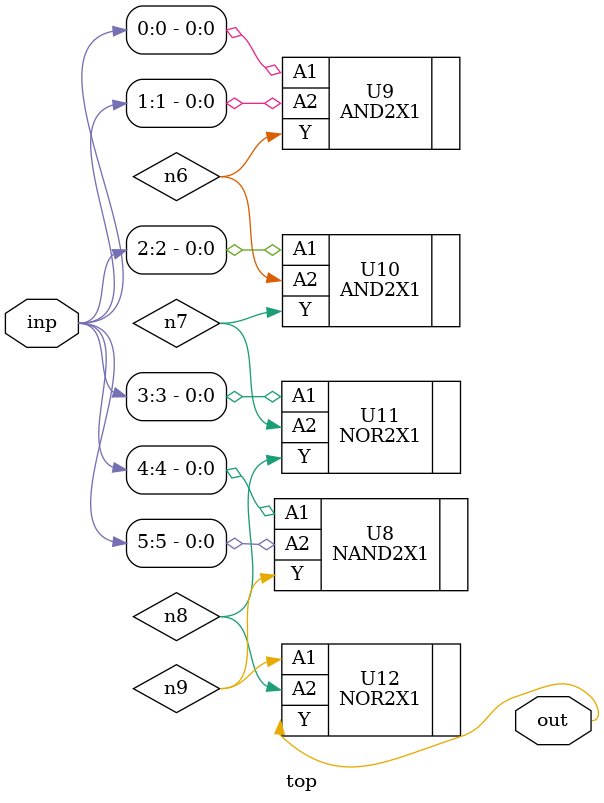
<source format=sv>


module top ( inp, out );
  input [5:0] inp;
  output out;
  wire   n6, n7, n8, n9;

  NAND2X1 U8 ( .A1(inp[4]), .A2(inp[5]), .Y(n9) );
  AND2X1 U9 ( .A1(inp[0]), .A2(inp[1]), .Y(n6) );
  AND2X1 U10 ( .A1(inp[2]), .A2(n6), .Y(n7) );
  NOR2X1 U11 ( .A1(inp[3]), .A2(n7), .Y(n8) );
  NOR2X1 U12 ( .A1(n9), .A2(n8), .Y(out) );
endmodule


</source>
